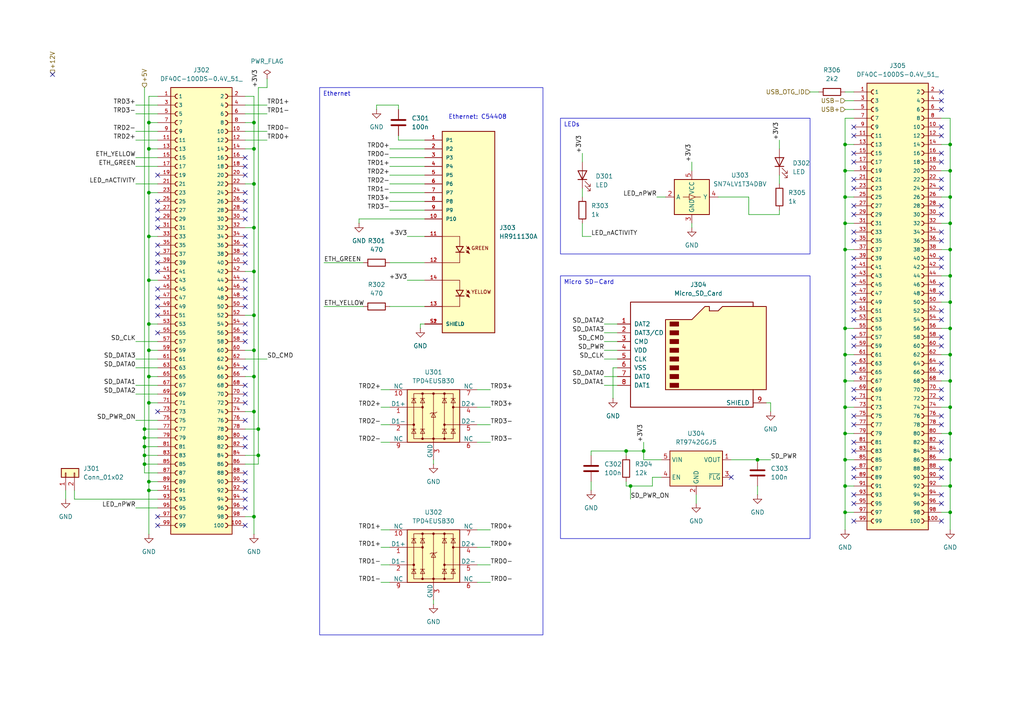
<source format=kicad_sch>
(kicad_sch (version 20231120) (generator "eeschema") (generator_version "8.0")
  (paper "A4")
  (lib_symbols
    (symbol "Connector:Micro_SD_Card" (pin_names (offset 1.016))
      (property "Reference" "J" (at -16.51 15.24 0))
      (property "Value" "Micro_SD_Card" (at 16.51 15.24 0))
      (symbol "Micro_SD_Card_1_1"
        (pin bidirectional line (at -22.86 7.62 0) (length 3.81) (name "DAT2") (number "1"))
        (pin bidirectional line (at -22.86 5.08 0) (length 3.81) (name "DAT3/CD") (number "2"))
        (pin input line (at -22.86 2.54 0) (length 3.81) (name "CMD") (number "3"))
        (pin power_in line (at -22.86 0 0) (length 3.81) (name "VDD") (number "4"))
        (pin input line (at -22.86 -2.54 0) (length 3.81) (name "CLK") (number "5"))
        (pin power_in line (at -22.86 -5.08 0) (length 3.81) (name "VSS") (number "6"))
        (pin bidirectional line (at -22.86 -7.62 0) (length 3.81) (name "DAT0") (number "7"))
        (pin bidirectional line (at -22.86 -10.16 0) (length 3.81) (name "DAT1") (number "8"))
        (pin passive line (at 20.32 -15.24 180) (length 3.81) (name "SHIELD") (number "9"))
      )
    )
    (symbol "Connector_Generic:Conn_01x02" (pin_names (offset 1.016) hide)
      (property "Reference" "J" (at 0 2.54 0))
      (property "Value" "Conn_01x02" (at 0 -5.08 0))
      (symbol "Conn_01x02_1_1"
        (pin passive line (at -5.08 0 0) (length 3.81) (name "Pin_1") (number "1"))
        (pin passive line (at -5.08 -2.54 0) (length 3.81) (name "Pin_2") (number "2"))
      )
    )
    (symbol "DF40C-100DS-0.4V_51_:DF40C-100DS-0.4V_51_" (pin_names (offset 1.016))
      (property "Reference" "J" (at -8.9083 63.6526 0))
      (property "Value" "DF40C-100DS-0.4V_51_" (at -8.9063 -68.7318 0))
      (symbol "DF40C-100DS-0.4V_51__0_0"
        (pin passive line (at -12.7 60.96 0) (length 5.08) (name "1") (number "1"))
        (pin passive line (at 12.7 50.8 180) (length 5.08) (name "10") (number "10"))
        (pin passive line (at 12.7 -63.5 180) (length 5.08) (name "100") (number "100"))
        (pin passive line (at -12.7 48.26 0) (length 5.08) (name "11") (number "11"))
        (pin passive line (at 12.7 48.26 180) (length 5.08) (name "12") (number "12"))
        (pin passive line (at -12.7 45.72 0) (length 5.08) (name "13") (number "13"))
        (pin passive line (at 12.7 45.72 180) (length 5.08) (name "14") (number "14"))
        (pin passive line (at -12.7 43.18 0) (length 5.08) (name "15") (number "15"))
        (pin passive line (at 12.7 43.18 180) (length 5.08) (name "16") (number "16"))
        (pin passive line (at -12.7 40.64 0) (length 5.08) (name "17") (number "17"))
        (pin passive line (at 12.7 40.64 180) (length 5.08) (name "18") (number "18"))
        (pin passive line (at -12.7 38.1 0) (length 5.08) (name "19") (number "19"))
        (pin passive line (at 12.7 60.96 180) (length 5.08) (name "2") (number "2"))
        (pin passive line (at 12.7 38.1 180) (length 5.08) (name "20") (number "20"))
        (pin passive line (at -12.7 35.56 0) (length 5.08) (name "21") (number "21"))
        (pin passive line (at 12.7 35.56 180) (length 5.08) (name "22") (number "22"))
        (pin passive line (at -12.7 33.02 0) (length 5.08) (name "23") (number "23"))
        (pin passive line (at 12.7 33.02 180) (length 5.08) (name "24") (number "24"))
        (pin passive line (at -12.7 30.48 0) (length 5.08) (name "25") (number "25"))
        (pin passive line (at 12.7 30.48 180) (length 5.08) (name "26") (number "26"))
        (pin passive line (at -12.7 27.94 0) (length 5.08) (name "27") (number "27"))
        (pin passive line (at 12.7 27.94 180) (length 5.08) (name "28") (number "28"))
        (pin passive line (at -12.7 25.4 0) (length 5.08) (name "29") (number "29"))
        (pin passive line (at -12.7 58.42 0) (length 5.08) (name "3") (number "3"))
        (pin passive line (at 12.7 25.4 180) (length 5.08) (name "30") (number "30"))
        (pin passive line (at -12.7 22.86 0) (length 5.08) (name "31") (number "31"))
        (pin passive line (at 12.7 22.86 180) (length 5.08) (name "32") (number "32"))
        (pin passive line (at -12.7 20.32 0) (length 5.08) (name "33") (number "33"))
        (pin passive line (at 12.7 20.32 180) (length 5.08) (name "34") (number "34"))
        (pin passive line (at -12.7 17.78 0) (length 5.08) (name "35") (number "35"))
        (pin passive line (at 12.7 17.78 180) (length 5.08) (name "36") (number "36"))
        (pin passive line (at -12.7 15.24 0) (length 5.08) (name "37") (number "37"))
        (pin passive line (at 12.7 15.24 180) (length 5.08) (name "38") (number "38"))
        (pin passive line (at -12.7 12.7 0) (length 5.08) (name "39") (number "39"))
        (pin passive line (at 12.7 58.42 180) (length 5.08) (name "4") (number "4"))
        (pin passive line (at 12.7 12.7 180) (length 5.08) (name "40") (number "40"))
        (pin passive line (at -12.7 10.16 0) (length 5.08) (name "41") (number "41"))
        (pin passive line (at 12.7 10.16 180) (length 5.08) (name "42") (number "42"))
        (pin passive line (at -12.7 7.62 0) (length 5.08) (name "43") (number "43"))
        (pin passive line (at 12.7 7.62 180) (length 5.08) (name "44") (number "44"))
        (pin passive line (at -12.7 5.08 0) (length 5.08) (name "45") (number "45"))
        (pin passive line (at 12.7 5.08 180) (length 5.08) (name "46") (number "46"))
        (pin passive line (at -12.7 2.54 0) (length 5.08) (name "47") (number "47"))
        (pin passive line (at 12.7 2.54 180) (length 5.08) (name "48") (number "48"))
        (pin passive line (at -12.7 0 0) (length 5.08) (name "49") (number "49"))
        (pin passive line (at -12.7 55.88 0) (length 5.08) (name "5") (number "5"))
        (pin passive line (at 12.7 0 180) (length 5.08) (name "50") (number "50"))
        (pin passive line (at -12.7 -2.54 0) (length 5.08) (name "51") (number "51"))
        (pin passive line (at 12.7 -2.54 180) (length 5.08) (name "52") (number "52"))
        (pin passive line (at -12.7 -5.08 0) (length 5.08) (name "53") (number "53"))
        (pin passive line (at 12.7 -5.08 180) (length 5.08) (name "54") (number "54"))
        (pin passive line (at -12.7 -7.62 0) (length 5.08) (name "55") (number "55"))
        (pin passive line (at 12.7 -7.62 180) (length 5.08) (name "56") (number "56"))
        (pin passive line (at -12.7 -10.16 0) (length 5.08) (name "57") (number "57"))
        (pin passive line (at 12.7 -10.16 180) (length 5.08) (name "58") (number "58"))
        (pin passive line (at -12.7 -12.7 0) (length 5.08) (name "59") (number "59"))
        (pin passive line (at 12.7 55.88 180) (length 5.08) (name "6") (number "6"))
        (pin passive line (at 12.7 -12.7 180) (length 5.08) (name "60") (number "60"))
        (pin passive line (at -12.7 -15.24 0) (length 5.08) (name "61") (number "61"))
        (pin passive line (at 12.7 -15.24 180) (length 5.08) (name "62") (number "62"))
        (pin passive line (at -12.7 -17.78 0) (length 5.08) (name "63") (number "63"))
        (pin passive line (at 12.7 -17.78 180) (length 5.08) (name "64") (number "64"))
        (pin passive line (at -12.7 -20.32 0) (length 5.08) (name "65") (number "65"))
        (pin passive line (at 12.7 -20.32 180) (length 5.08) (name "66") (number "66"))
        (pin passive line (at -12.7 -22.86 0) (length 5.08) (name "67") (number "67"))
        (pin passive line (at 12.7 -22.86 180) (length 5.08) (name "68") (number "68"))
        (pin passive line (at -12.7 -25.4 0) (length 5.08) (name "69") (number "69"))
        (pin passive line (at -12.7 53.34 0) (length 5.08) (name "7") (number "7"))
        (pin passive line (at 12.7 -25.4 180) (length 5.08) (name "70") (number "70"))
        (pin passive line (at -12.7 -27.94 0) (length 5.08) (name "71") (number "71"))
        (pin passive line (at 12.7 -27.94 180) (length 5.08) (name "72") (number "72"))
        (pin passive line (at -12.7 -30.48 0) (length 5.08) (name "73") (number "73"))
        (pin passive line (at 12.7 -30.48 180) (length 5.08) (name "74") (number "74"))
        (pin passive line (at -12.7 -33.02 0) (length 5.08) (name "75") (number "75"))
        (pin passive line (at 12.7 -33.02 180) (length 5.08) (name "76") (number "76"))
        (pin passive line (at -12.7 -35.56 0) (length 5.08) (name "77") (number "77"))
        (pin passive line (at 12.7 -35.56 180) (length 5.08) (name "78") (number "78"))
        (pin passive line (at -12.7 -38.1 0) (length 5.08) (name "79") (number "79"))
        (pin passive line (at 12.7 53.34 180) (length 5.08) (name "8") (number "8"))
        (pin passive line (at 12.7 -38.1 180) (length 5.08) (name "80") (number "80"))
        (pin passive line (at -12.7 -40.64 0) (length 5.08) (name "81") (number "81"))
        (pin passive line (at 12.7 -40.64 180) (length 5.08) (name "82") (number "82"))
        (pin passive line (at -12.7 -43.18 0) (length 5.08) (name "83") (number "83"))
        (pin passive line (at 12.7 -43.18 180) (length 5.08) (name "84") (number "84"))
        (pin passive line (at -12.7 -45.72 0) (length 5.08) (name "85") (number "85"))
        (pin passive line (at 12.7 -45.72 180) (length 5.08) (name "86") (number "86"))
        (pin passive line (at -12.7 -48.26 0) (length 5.08) (name "87") (number "87"))
        (pin passive line (at 12.7 -48.26 180) (length 5.08) (name "88") (number "88"))
        (pin passive line (at -12.7 -50.8 0) (length 5.08) (name "89") (number "89"))
        (pin passive line (at -12.7 50.8 0) (length 5.08) (name "9") (number "9"))
        (pin passive line (at 12.7 -50.8 180) (length 5.08) (name "90") (number "90"))
        (pin passive line (at -12.7 -53.34 0) (length 5.08) (name "91") (number "91"))
        (pin passive line (at 12.7 -53.34 180) (length 5.08) (name "92") (number "92"))
        (pin passive line (at -12.7 -55.88 0) (length 5.08) (name "93") (number "93"))
        (pin passive line (at 12.7 -55.88 180) (length 5.08) (name "94") (number "94"))
        (pin passive line (at -12.7 -58.42 0) (length 5.08) (name "95") (number "95"))
        (pin passive line (at 12.7 -58.42 180) (length 5.08) (name "96") (number "96"))
        (pin passive line (at -12.7 -60.96 0) (length 5.08) (name "97") (number "97"))
        (pin passive line (at 12.7 -60.96 180) (length 5.08) (name "98") (number "98"))
        (pin passive line (at -12.7 -63.5 0) (length 5.08) (name "99") (number "99"))
      )
    )
    (symbol "Device:C" (pin_numbers hide) (pin_names (offset 0.254))
      (property "Reference" "C" (at 0.635 2.54 0))
      (property "Value" "C" (at 0.635 -2.54 0))
      (symbol "C_1_1"
        (pin passive line (at 0 3.81 270) (length 2.794) (name "~") (number "1"))
        (pin passive line (at 0 -3.81 90) (length 2.794) (name "~") (number "2"))
      )
    )
    (symbol "Device:LED" (pin_numbers hide) (pin_names (offset 1.016) hide)
      (property "Reference" "D" (at 0 2.54 0))
      (property "Value" "LED" (at 0 -2.54 0))
      (symbol "LED_1_1"
        (pin passive line (at -3.81 0 0) (length 2.54) (name "K") (number "1"))
        (pin passive line (at 3.81 0 180) (length 2.54) (name "A") (number "2"))
      )
    )
    (symbol "Device:R" (pin_numbers hide) (pin_names (offset 0))
      (property "Reference" "R" (at 2.032 0 90))
      (property "Value" "R" (at 0 0 90))
      (symbol "R_1_1"
        (pin passive line (at 0 3.81 270) (length 1.27) (name "~") (number "1"))
        (pin passive line (at 0 -3.81 90) (length 1.27) (name "~") (number "2"))
      )
    )
    (symbol "HR911130A:HR911130A" (pin_names (offset 1.016))
      (property "Reference" "J" (at -7.62 29.21 0))
      (property "Value" "HR911130A" (at -7.62 -31.75 0))
      (symbol "HR911130A_0_0"
        (text "GREEN" (at 0.762 -5.334 0) (effects (font (size 1.016 1.016)) (justify left top)))
        (text "YELLOW" (at 0.762 -18.034 0) (effects (font (size 1.016 1.016)) (justify left top)))
        (pin passive line (at -12.7 25.4 0) (length 5.08) (name "P1") (number "1"))
        (pin passive line (at -12.7 2.54 0) (length 5.08) (name "P10") (number "10"))
        (pin passive line (at -12.7 -2.54 0) (length 5.08) (name "~") (number "11"))
        (pin passive line (at -12.7 -10.16 0) (length 5.08) (name "~") (number "12"))
        (pin passive line (at -12.7 -22.86 0) (length 5.08) (name "~") (number "13"))
        (pin passive line (at -12.7 -15.24 0) (length 5.08) (name "~") (number "14"))
        (pin passive line (at -12.7 22.86 0) (length 5.08) (name "P2") (number "2"))
        (pin passive line (at -12.7 20.32 0) (length 5.08) (name "P3") (number "3"))
        (pin passive line (at -12.7 17.78 0) (length 5.08) (name "P4") (number "4"))
        (pin passive line (at -12.7 15.24 0) (length 5.08) (name "P5") (number "5"))
        (pin passive line (at -12.7 12.7 0) (length 5.08) (name "P6") (number "6"))
        (pin passive line (at -12.7 10.16 0) (length 5.08) (name "P7") (number "7"))
        (pin passive line (at -12.7 7.62 0) (length 5.08) (name "P8") (number "8"))
        (pin passive line (at -12.7 5.08 0) (length 5.08) (name "P9") (number "9"))
        (pin passive line (at -12.7 -27.94 0) (length 5.08) (name "SHIELD") (number "S1"))
        (pin passive line (at -12.7 -27.94 0) (length 5.08) (name "SHIELD") (number "S2"))
      )
    )
    (symbol "Logic_LevelTranslator:SN74LV1T34DBV"
      (property "Reference" "U" (at 5.08 6.35 0))
      (property "Value" "SN74LV1T34DBV" (at 5.08 3.81 0))
      (symbol "SN74LV1T34DBV_1_1"
        (pin no_connect line (at -5.08 2.54 0) (length 2.54) hide (name "NC") (number "1"))
        (pin input line (at -7.62 0 0) (length 2.54) (name "A") (number "2"))
        (pin power_in line (at 0 -7.62 90) (length 2.54) (name "GND") (number "3"))
        (pin output line (at 7.62 0 180) (length 2.54) (name "Y") (number "4"))
        (pin power_in line (at 0 7.62 270) (length 2.54) (name "VCC") (number "5"))
      )
    )
    (symbol "Power_Management:RT9742AGJ5F"
      (property "Reference" "U" (at 0 10.16 0))
      (property "Value" "RT9742AGJ5F" (at 0 7.62 0))
      (symbol "RT9742AGJ5F_1_1"
        (pin power_out line (at 10.16 2.54 180) (length 2.54) (name "VOUT") (number "1"))
        (pin power_in line (at 0 -7.62 90) (length 2.54) (name "GND") (number "2"))
        (pin open_collector line (at 10.16 -2.54 180) (length 2.54) (name "~{FLG}") (number "3"))
        (pin input line (at -10.16 -2.54 0) (length 2.54) (name "EN") (number "4"))
        (pin power_in line (at -10.16 2.54 0) (length 2.54) (name "VIN") (number "5"))
      )
    )
    (symbol "Power_Protection:TPD4EUSB30" (pin_names (offset 0))
      (property "Reference" "U" (at -0.635 8.89 0))
      (property "Value" "TPD4EUSB30" (at 8.89 -10.16 0))
      (symbol "TPD4EUSB30_1_1"
        (pin passive line (at -12.7 2.54 0) (length 5.08) (name "D1+") (number "1"))
        (pin free line (at -12.7 7.62 0) (length 5.08) (name "NC") (number "10"))
        (pin passive line (at -12.7 -2.54 0) (length 5.08) (name "D1-") (number "2"))
        (pin power_in line (at 0 -12.7 90) (length 5.08) (name "GND") (number "3"))
        (pin passive line (at 12.7 2.54 180) (length 5.08) (name "D2+") (number "4"))
        (pin passive line (at 12.7 -2.54 180) (length 5.08) (name "D2-") (number "5"))
        (pin free line (at 12.7 -7.62 180) (length 5.08) (name "NC") (number "6"))
        (pin free line (at 12.7 7.62 180) (length 5.08) (name "NC") (number "7"))
        (pin passive line (at 0 -12.7 90) (length 5.08) hide (name "GND") (number "8"))
        (pin free line (at -12.7 -7.62 0) (length 5.08) (name "NC") (number "9"))
      )
    )
    (symbol "power:GND" (power) (pin_numbers hide) (pin_names (offset 0) hide)
      (property "Value" "GND" (at 0 -3.81 0))
      (symbol "GND_1_1"
        (pin power_in line (at 0 0 270) (length 0) (name "~") (number "1"))
      )
    )
    (symbol "power:PWR_FLAG" (power) (pin_numbers hide) (pin_names (offset 0) hide)
      (property "Value" "PWR_FLAG" (at 0 3.81 0))
      (symbol "PWR_FLAG_0_0"
        (pin power_out line (at 0 0 90) (length 0) (name "~") (number "1"))
      )
    )
  )
  (junction (at 41.91 134.62))
  (junction (at 73.66 53.34))
  (junction (at 43.18 55.88))
  (junction (at 245.11 95.25))
  (junction (at 41.91 124.46))
  (junction (at 73.66 66.04))
  (junction (at 73.66 91.44))
  (junction (at 275.59 133.35))
  (junction (at 43.18 93.98))
  (junction (at 245.11 110.49))
  (junction (at 219.71 133.35))
  (junction (at 43.18 68.58))
  (junction (at 245.11 148.59))
  (junction (at 275.59 49.53))
  (junction (at 275.59 125.73))
  (junction (at 73.66 149.86))
  (junction (at 245.11 102.87))
  (junction (at 275.59 148.59))
  (junction (at 245.11 118.11))
  (junction (at 43.18 139.7))
  (junction (at 43.18 109.22))
  (junction (at 245.11 125.73))
  (junction (at 41.91 129.54))
  (junction (at 275.59 102.87))
  (junction (at 43.18 43.18))
  (junction (at 186.69 130.81))
  (junction (at 275.59 95.25))
  (junction (at 245.11 57.15))
  (junction (at 73.66 109.22))
  (junction (at 275.59 140.97))
  (junction (at 245.11 133.35))
  (junction (at 275.59 64.77))
  (junction (at 245.11 41.91))
  (junction (at 275.59 72.39))
  (junction (at 43.18 101.6))
  (junction (at 275.59 110.49))
  (junction (at 43.18 81.28))
  (junction (at 181.61 130.81))
  (junction (at 275.59 41.91))
  (junction (at 73.66 101.6))
  (junction (at 74.93 132.08))
  (junction (at 73.66 43.18))
  (junction (at 73.66 119.38))
  (junction (at 245.11 64.77))
  (junction (at 245.11 72.39))
  (junction (at 275.59 80.01))
  (junction (at 41.91 132.08))
  (junction (at 275.59 87.63))
  (junction (at 73.66 78.74))
  (junction (at 73.66 35.56))
  (junction (at 43.18 35.56))
  (junction (at 245.11 140.97))
  (junction (at 43.18 142.24))
  (junction (at 41.91 127))
  (junction (at 245.11 49.53))
  (junction (at 275.59 57.15))
  (junction (at 182.88 140.97))
  (junction (at 74.93 124.46))
  (junction (at 275.59 118.11))
  (junction (at 43.18 116.84))
  (no_connect (at 71.12 83.82))
  (no_connect (at 273.05 67.31))
  (no_connect (at 273.05 143.51))
  (no_connect (at 71.12 139.7))
  (no_connect (at 273.05 146.05))
  (no_connect (at 273.05 39.37))
  (no_connect (at 273.05 100.33))
  (no_connect (at 247.65 52.07))
  (no_connect (at 273.05 69.85))
  (no_connect (at 45.72 71.12))
  (no_connect (at 273.05 77.47))
  (no_connect (at 71.12 88.9))
  (no_connect (at 247.65 115.57))
  (no_connect (at 273.05 44.45))
  (no_connect (at 273.05 128.27))
  (no_connect (at 212.09 138.43))
  (no_connect (at 273.05 85.09))
  (no_connect (at 71.12 116.84))
  (no_connect (at 247.65 113.03))
  (no_connect (at 247.65 82.55))
  (no_connect (at 247.65 97.79))
  (no_connect (at 71.12 93.98))
  (no_connect (at 273.05 82.55))
  (no_connect (at 71.12 55.88))
  (no_connect (at 247.65 87.63))
  (no_connect (at 247.65 85.09))
  (no_connect (at 71.12 111.76))
  (no_connect (at 71.12 129.54))
  (no_connect (at 247.65 100.33))
  (no_connect (at 45.72 86.36))
  (no_connect (at 45.72 58.42))
  (no_connect (at 45.72 73.66))
  (no_connect (at 71.12 147.32))
  (no_connect (at 71.12 68.58))
  (no_connect (at 247.65 59.69))
  (no_connect (at 247.65 44.45))
  (no_connect (at 71.12 144.78))
  (no_connect (at 247.65 130.81))
  (no_connect (at 273.05 62.23))
  (no_connect (at 273.05 120.65))
  (no_connect (at 247.65 74.93))
  (no_connect (at 247.65 90.17))
  (no_connect (at 45.72 50.8))
  (no_connect (at 273.05 115.57))
  (no_connect (at 273.05 123.19))
  (no_connect (at 71.12 121.92))
  (no_connect (at 247.65 143.51))
  (no_connect (at 247.65 54.61))
  (no_connect (at 247.65 146.05))
  (no_connect (at 71.12 114.3))
  (no_connect (at 273.05 31.75))
  (no_connect (at 45.72 96.52))
  (no_connect (at 273.05 90.17))
  (no_connect (at 45.72 60.96))
  (no_connect (at 247.65 92.71))
  (no_connect (at 45.72 83.82))
  (no_connect (at 71.12 99.06))
  (no_connect (at 247.65 67.31))
  (no_connect (at 273.05 74.93))
  (no_connect (at 247.65 120.65))
  (no_connect (at 273.05 151.13))
  (no_connect (at 71.12 60.96))
  (no_connect (at 273.05 135.89))
  (no_connect (at 247.65 128.27))
  (no_connect (at 247.65 39.37))
  (no_connect (at 247.65 36.83))
  (no_connect (at 45.72 63.5))
  (no_connect (at 273.05 26.67))
  (no_connect (at 71.12 45.72))
  (no_connect (at 247.65 123.19))
  (no_connect (at 71.12 73.66))
  (no_connect (at 45.72 91.44))
  (no_connect (at 247.65 105.41))
  (no_connect (at 45.72 149.86))
  (no_connect (at 71.12 50.8))
  (no_connect (at 273.05 138.43))
  (no_connect (at 247.65 138.43))
  (no_connect (at 71.12 63.5))
  (no_connect (at 273.05 29.21))
  (no_connect (at 45.72 119.38))
  (no_connect (at 247.65 77.47))
  (no_connect (at 45.72 152.4))
  (no_connect (at 247.65 135.89))
  (no_connect (at 71.12 137.16))
  (no_connect (at 247.65 80.01))
  (no_connect (at 71.12 76.2))
  (no_connect (at 273.05 97.79))
  (no_connect (at 45.72 78.74))
  (no_connect (at 45.72 76.2))
  (no_connect (at 71.12 152.4))
  (no_connect (at 71.12 58.42))
  (no_connect (at 247.65 46.99))
  (no_connect (at 247.65 69.85))
  (no_connect (at 71.12 96.52))
  (no_connect (at 247.65 151.13))
  (no_connect (at 71.12 106.68))
  (no_connect (at 273.05 46.99))
  (no_connect (at 71.12 142.24))
  (no_connect (at 247.65 107.95))
  (no_connect (at 273.05 107.95))
  (no_connect (at 273.05 59.69))
  (no_connect (at 71.12 48.26))
  (no_connect (at 273.05 113.03))
  (no_connect (at 15.24 21.59))
  (no_connect (at 247.65 62.23))
  (no_connect (at 71.12 71.12))
  (no_connect (at 71.12 81.28))
  (no_connect (at 273.05 52.07))
  (no_connect (at 273.05 130.81))
  (no_connect (at 45.72 66.04))
  (no_connect (at 273.05 105.41))
  (no_connect (at 273.05 36.83))
  (no_connect (at 71.12 127))
  (no_connect (at 45.72 88.9))
  (no_connect (at 273.05 92.71))
  (no_connect (at 71.12 86.36))
  (no_connect (at 273.05 54.61))
  (wire (pts (xy 245.11 140.97) (xy 247.65 140.97)))
  (wire (pts (xy 245.11 26.67) (xy 247.65 26.67)))
  (wire (pts (xy 43.18 139.7) (xy 43.18 142.24)))
  (wire (pts (xy 71.12 78.74) (xy 73.66 78.74)))
  (wire (pts (xy 245.11 95.25) (xy 245.11 102.87)))
  (wire (pts (xy 245.11 95.25) (xy 247.65 95.25)))
  (wire (pts (xy 113.03 45.72) (xy 123.19 45.72)))
  (wire (pts (xy 71.12 119.38) (xy 73.66 119.38)))
  (wire (pts (xy 39.37 40.64) (xy 45.72 40.64)))
  (wire (pts (xy 171.45 132.08) (xy 171.45 130.81)))
  (wire (pts (xy 138.43 128.27) (xy 142.24 128.27)))
  (wire (pts (xy 191.77 133.35) (xy 186.69 133.35)))
  (wire (pts (xy 219.71 133.35) (xy 223.52 133.35)))
  (wire (pts (xy 39.37 30.48) (xy 45.72 30.48)))
  (wire (pts (xy 273.05 64.77) (xy 275.59 64.77)))
  (wire (pts (xy 74.93 124.46) (xy 74.93 25.4)))
  (wire (pts (xy 113.03 53.34) (xy 123.19 53.34)))
  (wire (pts (xy 189.23 138.43) (xy 189.23 140.97)))
  (wire (pts (xy 71.12 124.46) (xy 74.93 124.46)))
  (wire (pts (xy 186.69 130.81) (xy 186.69 128.27)))
  (wire (pts (xy 168.91 54.61) (xy 168.91 57.15)))
  (wire (pts (xy 275.59 57.15) (xy 275.59 64.77)))
  (wire (pts (xy 234.95 26.67) (xy 237.49 26.67)))
  (wire (pts (xy 71.12 91.44) (xy 73.66 91.44)))
  (wire (pts (xy 222.25 116.84) (xy 223.52 116.84)))
  (wire (pts (xy 43.18 81.28) (xy 43.18 93.98)))
  (wire (pts (xy 200.66 46.99) (xy 200.66 49.53)))
  (wire (pts (xy 175.26 93.98) (xy 179.07 93.98)))
  (wire (pts (xy 273.05 125.73) (xy 275.59 125.73)))
  (wire (pts (xy 43.18 68.58) (xy 43.18 81.28)))
  (wire (pts (xy 39.37 104.14) (xy 45.72 104.14)))
  (wire (pts (xy 245.11 118.11) (xy 245.11 125.73)))
  (wire (pts (xy 43.18 35.56) (xy 45.72 35.56)))
  (wire (pts (xy 73.66 109.22) (xy 73.66 119.38)))
  (wire (pts (xy 41.91 132.08) (xy 41.91 134.62)))
  (wire (pts (xy 275.59 34.29) (xy 275.59 41.91)))
  (wire (pts (xy 168.91 44.45) (xy 168.91 46.99)))
  (wire (pts (xy 39.37 45.72) (xy 45.72 45.72)))
  (wire (pts (xy 275.59 125.73) (xy 275.59 133.35)))
  (wire (pts (xy 73.66 149.86) (xy 73.66 154.94)))
  (wire (pts (xy 245.11 125.73) (xy 245.11 133.35)))
  (wire (pts (xy 245.11 49.53) (xy 247.65 49.53)))
  (wire (pts (xy 275.59 95.25) (xy 275.59 102.87)))
  (wire (pts (xy 43.18 27.94) (xy 43.18 35.56)))
  (wire (pts (xy 71.12 134.62) (xy 74.93 134.62)))
  (wire (pts (xy 273.05 133.35) (xy 275.59 133.35)))
  (wire (pts (xy 217.17 57.15) (xy 217.17 62.23)))
  (wire (pts (xy 39.37 33.02) (xy 45.72 33.02)))
  (wire (pts (xy 245.11 133.35) (xy 245.11 140.97)))
  (wire (pts (xy 110.49 128.27) (xy 113.03 128.27)))
  (wire (pts (xy 43.18 93.98) (xy 45.72 93.98)))
  (wire (pts (xy 245.11 34.29) (xy 245.11 41.91)))
  (wire (pts (xy 273.05 41.91) (xy 275.59 41.91)))
  (wire (pts (xy 212.09 133.35) (xy 219.71 133.35)))
  (wire (pts (xy 71.12 109.22) (xy 73.66 109.22)))
  (wire (pts (xy 217.17 62.23) (xy 226.06 62.23)))
  (wire (pts (xy 71.12 43.18) (xy 73.66 43.18)))
  (wire (pts (xy 39.37 121.92) (xy 45.72 121.92)))
  (wire (pts (xy 273.05 110.49) (xy 275.59 110.49)))
  (wire (pts (xy 245.11 133.35) (xy 247.65 133.35)))
  (wire (pts (xy 181.61 132.08) (xy 181.61 130.81)))
  (wire (pts (xy 273.05 87.63) (xy 275.59 87.63)))
  (wire (pts (xy 245.11 102.87) (xy 247.65 102.87)))
  (wire (pts (xy 39.37 48.26) (xy 45.72 48.26)))
  (wire (pts (xy 41.91 127) (xy 41.91 129.54)))
  (wire (pts (xy 175.26 109.22) (xy 179.07 109.22)))
  (wire (pts (xy 201.93 143.51) (xy 201.93 146.05)))
  (wire (pts (xy 71.12 132.08) (xy 74.93 132.08)))
  (wire (pts (xy 181.61 140.97) (xy 181.61 139.7)))
  (wire (pts (xy 123.19 93.98) (xy 121.92 93.98)))
  (wire (pts (xy 245.11 148.59) (xy 245.11 153.67)))
  (wire (pts (xy 71.12 27.94) (xy 73.66 27.94)))
  (wire (pts (xy 41.91 124.46) (xy 45.72 124.46)))
  (wire (pts (xy 175.26 99.06) (xy 179.07 99.06)))
  (wire (pts (xy 41.91 127) (xy 45.72 127)))
  (wire (pts (xy 273.05 72.39) (xy 275.59 72.39)))
  (wire (pts (xy 77.47 22.86) (xy 77.47 25.4)))
  (wire (pts (xy 245.11 64.77) (xy 245.11 72.39)))
  (wire (pts (xy 245.11 118.11) (xy 247.65 118.11)))
  (wire (pts (xy 223.52 116.84) (xy 223.52 119.38)))
  (wire (pts (xy 39.37 38.1) (xy 45.72 38.1)))
  (wire (pts (xy 275.59 133.35) (xy 275.59 140.97)))
  (wire (pts (xy 226.06 62.23) (xy 226.06 60.96)))
  (wire (pts (xy 43.18 81.28) (xy 45.72 81.28)))
  (wire (pts (xy 138.43 153.67) (xy 142.24 153.67)))
  (wire (pts (xy 74.93 132.08) (xy 74.93 124.46)))
  (wire (pts (xy 175.26 96.52) (xy 179.07 96.52)))
  (wire (pts (xy 110.49 123.19) (xy 113.03 123.19)))
  (wire (pts (xy 41.91 124.46) (xy 41.91 127)))
  (wire (pts (xy 273.05 95.25) (xy 275.59 95.25)))
  (wire (pts (xy 275.59 118.11) (xy 275.59 125.73)))
  (wire (pts (xy 273.05 80.01) (xy 275.59 80.01)))
  (wire (pts (xy 171.45 68.58) (xy 168.91 68.58)))
  (wire (pts (xy 168.91 68.58) (xy 168.91 64.77)))
  (wire (pts (xy 138.43 118.11) (xy 142.24 118.11)))
  (wire (pts (xy 118.11 68.58) (xy 123.19 68.58)))
  (wire (pts (xy 41.91 129.54) (xy 45.72 129.54)))
  (wire (pts (xy 41.91 25.4) (xy 41.91 124.46)))
  (wire (pts (xy 71.12 40.64) (xy 77.47 40.64)))
  (wire (pts (xy 43.18 93.98) (xy 43.18 101.6)))
  (wire (pts (xy 71.12 53.34) (xy 73.66 53.34)))
  (wire (pts (xy 39.37 99.06) (xy 45.72 99.06)))
  (wire (pts (xy 74.93 134.62) (xy 74.93 132.08)))
  (wire (pts (xy 273.05 49.53) (xy 275.59 49.53)))
  (wire (pts (xy 45.72 144.78) (xy 21.59 144.78)))
  (wire (pts (xy 110.49 113.03) (xy 113.03 113.03)))
  (wire (pts (xy 245.11 29.21) (xy 247.65 29.21)))
  (wire (pts (xy 73.66 119.38) (xy 73.66 149.86)))
  (wire (pts (xy 118.11 81.28) (xy 123.19 81.28)))
  (wire (pts (xy 123.19 63.5) (xy 104.14 63.5)))
  (wire (pts (xy 275.59 41.91) (xy 275.59 49.53)))
  (wire (pts (xy 43.18 142.24) (xy 45.72 142.24)))
  (wire (pts (xy 113.03 43.18) (xy 123.19 43.18)))
  (wire (pts (xy 43.18 109.22) (xy 45.72 109.22)))
  (wire (pts (xy 41.91 129.54) (xy 41.91 132.08)))
  (wire (pts (xy 39.37 106.68) (xy 45.72 106.68)))
  (wire (pts (xy 43.18 43.18) (xy 43.18 55.88)))
  (wire (pts (xy 226.06 40.64) (xy 226.06 43.18)))
  (wire (pts (xy 273.05 140.97) (xy 275.59 140.97)))
  (wire (pts (xy 73.66 27.94) (xy 73.66 35.56)))
  (wire (pts (xy 181.61 130.81) (xy 186.69 130.81)))
  (wire (pts (xy 226.06 50.8) (xy 226.06 53.34)))
  (wire (pts (xy 138.43 158.75) (xy 142.24 158.75)))
  (wire (pts (xy 39.37 147.32) (xy 45.72 147.32)))
  (wire (pts (xy 275.59 102.87) (xy 275.59 110.49)))
  (wire (pts (xy 39.37 53.34) (xy 45.72 53.34)))
  (wire (pts (xy 43.18 68.58) (xy 45.72 68.58)))
  (wire (pts (xy 275.59 80.01) (xy 275.59 87.63)))
  (wire (pts (xy 113.03 50.8) (xy 123.19 50.8)))
  (wire (pts (xy 43.18 101.6) (xy 43.18 109.22)))
  (wire (pts (xy 45.72 137.16) (xy 41.91 137.16)))
  (wire (pts (xy 39.37 114.3) (xy 45.72 114.3)))
  (wire (pts (xy 71.12 30.48) (xy 77.47 30.48)))
  (wire (pts (xy 175.26 101.6) (xy 179.07 101.6)))
  (wire (pts (xy 138.43 113.03) (xy 142.24 113.03)))
  (wire (pts (xy 219.71 140.97) (xy 219.71 143.51)))
  (wire (pts (xy 275.59 87.63) (xy 275.59 95.25)))
  (wire (pts (xy 41.91 134.62) (xy 45.72 134.62)))
  (wire (pts (xy 245.11 72.39) (xy 245.11 95.25)))
  (wire (pts (xy 73.66 66.04) (xy 73.66 78.74)))
  (wire (pts (xy 73.66 35.56) (xy 73.66 43.18)))
  (wire (pts (xy 179.07 106.68) (xy 177.8 106.68)))
  (wire (pts (xy 115.57 40.64) (xy 115.57 39.37)))
  (wire (pts (xy 43.18 139.7) (xy 45.72 139.7)))
  (wire (pts (xy 245.11 110.49) (xy 245.11 118.11)))
  (wire (pts (xy 177.8 106.68) (xy 177.8 115.57)))
  (wire (pts (xy 123.19 40.64) (xy 115.57 40.64)))
  (wire (pts (xy 273.05 57.15) (xy 275.59 57.15)))
  (wire (pts (xy 110.49 158.75) (xy 113.03 158.75)))
  (wire (pts (xy 245.11 102.87) (xy 245.11 110.49)))
  (wire (pts (xy 43.18 116.84) (xy 45.72 116.84)))
  (wire (pts (xy 245.11 72.39) (xy 247.65 72.39)))
  (wire (pts (xy 115.57 30.48) (xy 109.22 30.48)))
  (wire (pts (xy 189.23 140.97) (xy 182.88 140.97)))
  (wire (pts (xy 73.66 101.6) (xy 73.66 109.22)))
  (wire (pts (xy 125.73 133.35) (xy 125.73 134.62)))
  (wire (pts (xy 138.43 163.83) (xy 142.24 163.83)))
  (wire (pts (xy 245.11 125.73) (xy 247.65 125.73)))
  (wire (pts (xy 45.72 27.94) (xy 43.18 27.94)))
  (wire (pts (xy 190.5 57.15) (xy 193.04 57.15)))
  (wire (pts (xy 41.91 134.62) (xy 41.91 137.16)))
  (wire (pts (xy 110.49 163.83) (xy 113.03 163.83)))
  (wire (pts (xy 43.18 43.18) (xy 45.72 43.18)))
  (wire (pts (xy 113.03 88.9) (xy 123.19 88.9)))
  (wire (pts (xy 71.12 66.04) (xy 73.66 66.04)))
  (wire (pts (xy 113.03 76.2) (xy 123.19 76.2)))
  (wire (pts (xy 273.05 118.11) (xy 275.59 118.11)))
  (wire (pts (xy 175.26 104.14) (xy 179.07 104.14)))
  (wire (pts (xy 275.59 72.39) (xy 275.59 80.01)))
  (wire (pts (xy 43.18 35.56) (xy 43.18 43.18)))
  (wire (pts (xy 171.45 139.7) (xy 171.45 142.24)))
  (wire (pts (xy 121.92 93.98) (xy 121.92 95.25)))
  (wire (pts (xy 208.28 57.15) (xy 217.17 57.15)))
  (wire (pts (xy 275.59 148.59) (xy 275.59 153.67)))
  (wire (pts (xy 71.12 104.14) (xy 77.47 104.14)))
  (wire (pts (xy 73.66 53.34) (xy 73.66 66.04)))
  (wire (pts (xy 273.05 148.59) (xy 275.59 148.59)))
  (wire (pts (xy 43.18 101.6) (xy 45.72 101.6)))
  (wire (pts (xy 71.12 101.6) (xy 73.66 101.6)))
  (wire (pts (xy 182.88 144.78) (xy 182.88 140.97)))
  (wire (pts (xy 71.12 38.1) (xy 77.47 38.1)))
  (wire (pts (xy 77.47 25.4) (xy 74.93 25.4)))
  (wire (pts (xy 93.98 76.2) (xy 105.41 76.2)))
  (wire (pts (xy 275.59 140.97) (xy 275.59 148.59)))
  (wire (pts (xy 43.18 55.88) (xy 43.18 68.58)))
  (wire (pts (xy 113.03 55.88) (xy 123.19 55.88)))
  (wire (pts (xy 191.77 138.43) (xy 189.23 138.43)))
  (wire (pts (xy 109.22 30.48) (xy 109.22 31.75)))
  (wire (pts (xy 245.11 34.29) (xy 247.65 34.29)))
  (wire (pts (xy 21.59 142.24) (xy 21.59 144.78)))
  (wire (pts (xy 71.12 149.86) (xy 73.66 149.86)))
  (wire (pts (xy 245.11 57.15) (xy 247.65 57.15)))
  (wire (pts (xy 245.11 41.91) (xy 245.11 49.53)))
  (wire (pts (xy 110.49 153.67) (xy 113.03 153.67)))
  (wire (pts (xy 171.45 130.81) (xy 181.61 130.81)))
  (wire (pts (xy 113.03 58.42) (xy 123.19 58.42)))
  (wire (pts (xy 275.59 64.77) (xy 275.59 72.39)))
  (wire (pts (xy 245.11 41.91) (xy 247.65 41.91)))
  (wire (pts (xy 275.59 110.49) (xy 275.59 118.11)))
  (wire (pts (xy 245.11 110.49) (xy 247.65 110.49)))
  (wire (pts (xy 73.66 78.74) (xy 73.66 91.44)))
  (wire (pts (xy 43.18 109.22) (xy 43.18 116.84)))
  (wire (pts (xy 186.69 133.35) (xy 186.69 130.81)))
  (wire (pts (xy 138.43 168.91) (xy 142.24 168.91)))
  (wire (pts (xy 43.18 116.84) (xy 43.18 139.7)))
  (wire (pts (xy 93.98 88.9) (xy 105.41 88.9)))
  (wire (pts (xy 245.11 49.53) (xy 245.11 57.15)))
  (wire (pts (xy 19.05 142.24) (xy 19.05 144.78)))
  (wire (pts (xy 113.03 60.96) (xy 123.19 60.96)))
  (wire (pts (xy 275.59 49.53) (xy 275.59 57.15)))
  (wire (pts (xy 43.18 142.24) (xy 43.18 154.94)))
  (wire (pts (xy 175.26 111.76) (xy 179.07 111.76)))
  (wire (pts (xy 110.49 168.91) (xy 113.03 168.91)))
  (wire (pts (xy 125.73 173.99) (xy 125.73 175.26)))
  (wire (pts (xy 200.66 64.77) (xy 200.66 66.04)))
  (wire (pts (xy 73.66 91.44) (xy 73.66 101.6)))
  (wire (pts (xy 245.11 31.75) (xy 247.65 31.75)))
  (wire (pts (xy 43.18 55.88) (xy 45.72 55.88)))
  (wire (pts (xy 245.11 64.77) (xy 247.65 64.77)))
  (wire (pts (xy 245.11 57.15) (xy 245.11 64.77)))
  (wire (pts (xy 104.14 63.5) (xy 104.14 64.77)))
  (wire (pts (xy 138.43 123.19) (xy 142.24 123.19)))
  (wire (pts (xy 273.05 102.87) (xy 275.59 102.87)))
  (wire (pts (xy 245.11 148.59) (xy 247.65 148.59)))
  (wire (pts (xy 71.12 35.56) (xy 73.66 35.56)))
  (wire (pts (xy 73.66 43.18) (xy 73.66 53.34)))
  (wire (pts (xy 245.11 140.97) (xy 245.11 148.59)))
  (wire (pts (xy 115.57 31.75) (xy 115.57 30.48)))
  (wire (pts (xy 110.49 118.11) (xy 113.03 118.11)))
  (wire (pts (xy 41.91 132.08) (xy 45.72 132.08)))
  (wire (pts (xy 39.37 111.76) (xy 45.72 111.76)))
  (wire (pts (xy 182.88 140.97) (xy 181.61 140.97)))
  (wire (pts (xy 71.12 33.02) (xy 77.47 33.02)))
  (wire (pts (xy 113.03 48.26) (xy 123.19 48.26)))
  (wire (pts (xy 273.05 34.29) (xy 275.59 34.29)))
  (text_box "Micro SD-Card" (at 162.56 80.01 0) (size 72.39 76.2) (effects (font (size 1.27 1.27)) (justify left top)))
  (text_box "Ethernet" (at 92.71 25.4 0) (size 64.77 158.75) (effects (font (size 1.27 1.27)) (justify left top)))
  (text_box "LEDs" (at 162.56 34.29 0) (size 72.39 39.37) (effects (font (size 1.27 1.27)) (justify left top)))
  (text "Ethernet: C54408" (at 130.048 34.036 0) (effects (font (size 1.27 1.27)) (justify left)))
  (label "TRD1-" (at 110.49 168.91 180))
  (label "SD_PWR_ON" (at 182.88 144.78 0))
  (label "TRD2-" (at 110.49 123.19 180))
  (label "TRD1-" (at 77.47 33.02 0))
  (label "SD_CLK" (at 175.26 104.14 180))
  (label "TRD1+" (at 110.49 153.67 180))
  (label "LED_nPWR" (at 39.37 147.32 180))
  (label "TRD0+" (at 77.47 40.64 0))
  (label "TRD2+" (at 110.49 113.03 180))
  (label "TRD0+" (at 142.24 158.75 0))
  (label "TRD2-" (at 113.03 53.34 180))
  (label "TRD2+" (at 110.49 118.11 180))
  (label "SD_DATA2" (at 175.26 93.98 180))
  (label "TRD3+" (at 113.03 58.42 180))
  (label "+3V3" (at 168.91 44.45 90))
  (label "TRD3+" (at 142.24 113.03 0))
  (label "TRD0+" (at 142.24 153.67 0))
  (label "ETH_GREEN" (at 93.98 76.2 0))
  (label "TRD0-" (at 113.03 45.72 180))
  (label "TRD0-" (at 142.24 168.91 0))
  (label "+3V3" (at 186.69 128.27 90))
  (label "SD_DATA3" (at 175.26 96.52 180))
  (label "LED_nACTIVITY" (at 39.37 53.34 180))
  (label "TRD3-" (at 39.37 33.02 180))
  (label "SD_DATA1" (at 175.26 111.76 180))
  (label "+3V3" (at 118.11 68.58 180))
  (label "TRD0+" (at 113.03 43.18 180))
  (label "+3V3" (at 200.66 46.99 90))
  (label "SD_PWR_ON" (at 39.37 121.92 180))
  (label "SD_DATA3" (at 39.37 104.14 180))
  (label "TRD1+" (at 113.03 48.26 180))
  (label "SD_DATA2" (at 39.37 114.3 180))
  (label "TRD1+" (at 77.47 30.48 0))
  (label "TRD2+" (at 39.37 40.64 180))
  (label "TRD3-" (at 113.03 60.96 180))
  (label "TRD2-" (at 39.37 38.1 180))
  (label "LED_nACTIVITY" (at 171.45 68.58 0))
  (label "SD_DATA0" (at 39.37 106.68 180))
  (label "+3V3" (at 74.93 25.4 90))
  (label "SD_CLK" (at 39.37 99.06 180))
  (label "SD_PWR" (at 223.52 133.35 0))
  (label "TRD3-" (at 142.24 123.19 0))
  (label "TRD3+" (at 142.24 118.11 0))
  (label "ETH_GREEN" (at 39.37 48.26 180))
  (label "TRD0-" (at 142.24 163.83 0))
  (label "SD_DATA1" (at 39.37 111.76 180))
  (label "LED_nPWR" (at 190.5 57.15 180))
  (label "TRD3+" (at 39.37 30.48 180))
  (label "+3V3" (at 226.06 40.64 90))
  (label "TRD2+" (at 113.03 50.8 180))
  (label "SD_CMD" (at 175.26 99.06 180))
  (label "SD_CMD" (at 77.47 104.14 0))
  (label "TRD3-" (at 142.24 128.27 0))
  (label "+3V3" (at 118.11 81.28 180))
  (label "ETH_YELLOW" (at 39.37 45.72 180))
  (label "TRD1-" (at 113.03 55.88 180))
  (label "SD_PWR" (at 175.26 101.6 180))
  (label "TRD1+" (at 110.49 158.75 180))
  (label "TRD2-" (at 110.49 128.27 180))
  (label "TRD1-" (at 110.49 163.83 180))
  (label "SD_DATA0" (at 175.26 109.22 180))
  (label "ETH_YELLOW" (at 93.98 88.9 0))
  (label "TRD0-" (at 77.47 38.1 0))
  (hierarchical_label "+12V" (shape input) (at 15.24 21.59 90))
  (hierarchical_label "+5V" (shape input) (at 41.91 25.4 90))
  (hierarchical_label "USB_OTG_ID" (shape input) (at 234.95 26.67 180))
  (hierarchical_label "USB-" (shape input) (at 245.11 29.21 180))
  (hierarchical_label "USB+" (shape input) (at 245.11 31.75 180))
  (symbol (lib_id "Device:C") (at 115.57 35.56 0) (unit 1)
    (property "Reference" "C301" (at 119.38 34.2899 0) (effects (justify left)))
    (property "Value" "100n" (at 119.38 36.8299 0) (effects (justify left)))
    (property "Description" "Unpolarized capacitor" (effects (hide yes)))
  )
  (symbol (lib_id "DF40C-100DS-0.4V_51_:DF40C-100DS-0.4V_51_") (at 260.35 87.63 0) (unit 1)
    (property "Reference" "J305" (at 260.35 19.05 0))
    (property "Value" "DF40C-100DS-0.4V_51_" (at 260.35 21.59 0))
    (property "Footprint" "DF40C-100DS-0.4V_51_:HIROSE_DF40C-100DS-0.4V_51_" (effects (hide yes)))
    (property "MF" "Hirose" (effects (hide yes)))
    (property "MAXIMUM_PACKAGE_HEIGHT" "1.65mm" (effects (hide yes)))
    (property "Package" "None" (effects (hide yes)))
    (property "Price" "None" (effects (hide yes)))
    (property "Check_prices" "https://www.snapeda.com/parts/DF40C-100DS-0.4V(51)/Hirose/view-part/?ref=eda" (effects (hide yes)))
    (property "STANDARD" "Manufacturer Recommendations" (effects (hide yes)))
    (property "PARTREV" "Oct.1.2023" (effects (hide yes)))
    (property "SnapEDA_Link" "https://www.snapeda.com/parts/DF40C-100DS-0.4V(51)/Hirose/view-part/?ref=snap" (effects (hide yes)))
    (property "MP" "DF40C-100DS-0.4V(51)" (effects (hide yes)))
    (property "Description_1" "100 Position Connector Receptacle, Center Strip Contacts Surface Mount Gold" (effects (hide yes)))
    (property "Availability" "In Stock" (effects (hide yes)))
    (property "MANUFACTURER" "Hirose" (effects (hide yes)))
  )
  (symbol (lib_id "Connector:Micro_SD_Card") (at 201.93 101.6 0) (unit 1)
    (property "Reference" "J304" (at 202.565 82.55 0))
    (property "Value" "Micro_SD_Card" (at 202.565 85.09 0))
    (property "Datasheet" "https://www.we-online.com/components/products/datasheet/693072010801.pdf" (effects (hide yes)))
    (property "Description" "Micro SD Card Socket" (effects (hide yes)))
  )
  (symbol (lib_id "DF40C-100DS-0.4V_51_:DF40C-100DS-0.4V_51_") (at 58.42 88.9 0) (unit 1)
    (property "Reference" "J302" (at 58.42 20.32 0))
    (property "Value" "DF40C-100DS-0.4V_51_" (at 58.42 22.86 0))
    (property "Footprint" "DF40C-100DS-0.4V_51_:HIROSE_DF40C-100DS-0.4V_51_" (effects (hide yes)))
    (property "MF" "Hirose" (effects (hide yes)))
    (property "MAXIMUM_PACKAGE_HEIGHT" "1.65mm" (effects (hide yes)))
    (property "Package" "None" (effects (hide yes)))
    (property "Price" "None" (effects (hide yes)))
    (property "Check_prices" "https://www.snapeda.com/parts/DF40C-100DS-0.4V(51)/Hirose/view-part/?ref=eda" (effects (hide yes)))
    (property "STANDARD" "Manufacturer Recommendations" (effects (hide yes)))
    (property "PARTREV" "Oct.1.2023" (effects (hide yes)))
    (property "SnapEDA_Link" "https://www.snapeda.com/parts/DF40C-100DS-0.4V(51)/Hirose/view-part/?ref=snap" (effects (hide yes)))
    (property "MP" "DF40C-100DS-0.4V(51)" (effects (hide yes)))
    (property "Description_1" "100 Position Connector Receptacle, Center Strip Contacts Surface Mount Gold" (effects (hide yes)))
    (property "Availability" "In Stock" (effects (hide yes)))
    (property "MANUFACTURER" "Hirose" (effects (hide yes)))
  )
  (symbol (lib_id "Connector_Generic:Conn_01x02") (at 19.05 137.16 90) (unit 1)
    (property "Reference" "J301" (at 24.13 135.8899 90) (effects (justify right)))
    (property "Value" "Conn_01x02" (at 24.13 138.4299 90) (effects (justify right)))
    (property "Description" "Generic connector, single row, 01x02, script generated (kicad-library-utils/schlib/autogen/connector/)" (effects (hide yes)))
  )
  (symbol (lib_id "Power_Protection:TPD4EUSB30") (at 125.73 161.29 0) (unit 1)
    (property "Reference" "U302" (at 125.73 148.59 0))
    (property "Value" "TPD4EUSB30" (at 125.73 151.13 0))
    (property "Footprint" "Package_SON:USON-10_2.5x1.0mm_P0.5mm" (effects (hide yes)))
    (property "Datasheet" "http://www.ti.com/lit/ds/symlink/tpd2eusb30a.pdf" (effects (hide yes)))
    (property "Description" "4-Channel ESD Protection for Super-Speed USB 3.0 Interface, USON-10" (effects (hide yes)))
  )
  (symbol (lib_id "power:GND") (at 275.59 153.67 0) (unit 1)
    (property "Reference" "#PWR0316" (effects (hide yes)))
    (property "Value" "GND" (at 275.59 158.75 0))
    (property "Description" "Power symbol creates a global label with name \"GND\" , ground" (effects (hide yes)))
  )
  (symbol (lib_id "power:GND") (at 104.14 64.77 0) (unit 1)
    (property "Reference" "#PWR0304" (effects (hide yes)))
    (property "Value" "GND" (at 104.14 69.85 0))
    (property "Description" "Power symbol creates a global label with name \"GND\" , ground" (effects (hide yes)))
  )
  (symbol (lib_id "power:GND") (at 177.8 115.57 0) (unit 1)
    (property "Reference" "#PWR0310" (effects (hide yes)))
    (property "Value" "GND" (at 177.8 120.65 0))
    (property "Description" "Power symbol creates a global label with name \"GND\" , ground" (effects (hide yes)))
  )
  (symbol (lib_id "Device:R") (at 241.3 26.67 90) (unit 1)
    (property "Reference" "R306" (at 241.3 20.32 90))
    (property "Value" "2k2" (at 241.3 22.86 90))
    (property "Description" "Resistor" (effects (hide yes)))
  )
  (symbol (lib_id "power:GND") (at 73.66 154.94 0) (unit 1)
    (property "Reference" "#PWR0303" (effects (hide yes)))
    (property "Value" "GND" (at 73.66 160.02 0))
    (property "Description" "Power symbol creates a global label with name \"GND\" , ground" (effects (hide yes)))
  )
  (symbol (lib_id "Power_Protection:TPD4EUSB30") (at 125.73 120.65 0) (unit 1)
    (property "Reference" "U301" (at 125.73 107.95 0))
    (property "Value" "TPD4EUSB30" (at 125.73 110.49 0))
    (property "Footprint" "Package_SON:USON-10_2.5x1.0mm_P0.5mm" (effects (hide yes)))
    (property "Datasheet" "http://www.ti.com/lit/ds/symlink/tpd2eusb30a.pdf" (effects (hide yes)))
    (property "Description" "4-Channel ESD Protection for Super-Speed USB 3.0 Interface, USON-10" (effects (hide yes)))
  )
  (symbol (lib_id "power:GND") (at 109.22 31.75 0) (unit 1)
    (property "Reference" "#PWR0305" (effects (hide yes)))
    (property "Value" "GND" (at 109.22 36.83 0))
    (property "Description" "Power symbol creates a global label with name \"GND\" , ground" (effects (hide yes)))
  )
  (symbol (lib_id "power:GND") (at 245.11 153.67 0) (unit 1)
    (property "Reference" "#PWR0315" (effects (hide yes)))
    (property "Value" "GND" (at 245.11 158.75 0))
    (property "Description" "Power symbol creates a global label with name \"GND\" , ground" (effects (hide yes)))
  )
  (symbol (lib_id "Device:R") (at 226.06 57.15 0) (unit 1)
    (property "Reference" "R305" (at 228.6 55.8799 0) (effects (justify left)))
    (property "Value" "1k" (at 228.6 58.4199 0) (effects (justify left)))
    (property "Description" "Resistor" (effects (hide yes)))
  )
  (symbol (lib_id "power:GND") (at 171.45 142.24 0) (unit 1)
    (property "Reference" "#PWR0309" (effects (hide yes)))
    (property "Value" "GND" (at 171.45 147.32 0))
    (property "Description" "Power symbol creates a global label with name \"GND\" , ground" (effects (hide yes)))
  )
  (symbol (lib_id "power:GND") (at 201.93 146.05 0) (unit 1)
    (property "Reference" "#PWR0312" (effects (hide yes)))
    (property "Value" "GND" (at 201.93 151.13 0))
    (property "Description" "Power symbol creates a global label with name \"GND\" , ground" (effects (hide yes)))
  )
  (symbol (lib_id "Device:R") (at 181.61 135.89 0) (unit 1)
    (property "Reference" "R304" (at 184.15 134.6199 0) (effects (justify left)))
    (property "Value" "12k" (at 184.15 137.1599 0) (effects (justify left)))
    (property "Description" "Resistor" (effects (hide yes)))
  )
  (symbol (lib_id "HR911130A:HR911130A") (at 135.89 66.04 0) (unit 1)
    (property "Reference" "J303" (at 144.78 66.0399 0) (effects (justify left)))
    (property "Value" "HR911130A" (at 144.78 68.5799 0) (effects (justify left)))
    (property "Footprint" "Connector_RJ:RJ45_Pulse_JK0654219NL_Horizontal" (effects (hide yes)))
    (property "MF" "hanrun" (effects (hide yes)))
    (property "MAXIMUM_PACKAGE_HEIGHT" "13.75 mm" (effects (hide yes)))
    (property "Package" "None" (effects (hide yes)))
    (property "Price" "None" (effects (hide yes)))
    (property "Check_prices" "https://www.snapeda.com/parts/HR911130A/HanRun/view-part/?ref=eda" (effects (hide yes)))
    (property "STANDARD" "Manufacturer Recommendations" (effects (hide yes)))
    (property "PARTREV" "A" (effects (hide yes)))
    (property "SnapEDA_Link" "https://www.snapeda.com/parts/HR911130A/HanRun/view-part/?ref=snap" (effects (hide yes)))
    (property "MP" "HR911130A" (effects (hide yes)))
    (property "Availability" "In Stock" (effects (hide yes)))
    (property "MANUFACTURER" "HanRun" (effects (hide yes)))
  )
  (symbol (lib_id "power:GND") (at 43.18 154.94 0) (unit 1)
    (property "Reference" "#PWR0302" (effects (hide yes)))
    (property "Value" "GND" (at 43.18 160.02 0))
    (property "Description" "Power symbol creates a global label with name \"GND\" , ground" (effects (hide yes)))
  )
  (symbol (lib_id "power:PWR_FLAG") (at 77.47 22.86 0) (unit 1)
    (property "Reference" "#FLG0301" (effects (hide yes)))
    (property "Value" "PWR_FLAG" (at 77.47 17.78 0))
    (property "Description" "Special symbol for telling ERC where power comes from" (effects (hide yes)))
  )
  (symbol (lib_id "Device:R") (at 109.22 88.9 270) (unit 1)
    (property "Reference" "R302" (at 109.22 82.55 90))
    (property "Value" "470" (at 109.22 85.09 90))
    (property "Description" "Resistor" (effects (hide yes)))
  )
  (symbol (lib_id "Logic_LevelTranslator:SN74LV1T34DBV") (at 200.66 57.15 0) (unit 1)
    (property "Reference" "U303" (at 214.63 50.8314 0))
    (property "Value" "SN74LV1T34DBV" (at 214.63 53.3714 0))
    (property "Footprint" "Package_TO_SOT_SMD:SOT-23-5" (effects (hide yes)))
    (property "Datasheet" "https://www.ti.com/lit/ds/symlink/sn74lv1t34.pdf" (effects (hide yes)))
    (property "Description" "Single Power Supply, Single Buffer GATE, CMOS Logic, Level Shifter, SOT-23-5" (effects (hide yes)))
  )
  (symbol (lib_id "Device:R") (at 109.22 76.2 90) (unit 1)
    (property "Reference" "R301" (at 109.22 69.85 90))
    (property "Value" "470" (at 109.22 72.39 90))
    (property "Description" "Resistor" (effects (hide yes)))
  )
  (symbol (lib_id "power:GND") (at 125.73 175.26 0) (unit 1)
    (property "Reference" "#PWR0308" (effects (hide yes)))
    (property "Value" "GND" (at 125.73 180.34 0))
    (property "Description" "Power symbol creates a global label with name \"GND\" , ground" (effects (hide yes)))
  )
  (symbol (lib_id "Device:LED") (at 226.06 46.99 90) (unit 1)
    (property "Reference" "D302" (at 229.87 47.3074 90) (effects (justify right)))
    (property "Value" "LED" (at 229.87 49.8474 90) (effects (justify right)))
    (property "Description" "Light emitting diode" (effects (hide yes)))
  )
  (symbol (lib_id "power:GND") (at 125.73 134.62 0) (unit 1)
    (property "Reference" "#PWR0307" (effects (hide yes)))
    (property "Value" "GND" (at 125.73 139.7 0))
    (property "Description" "Power symbol creates a global label with name \"GND\" , ground" (effects (hide yes)))
  )
  (symbol (lib_id "power:GND") (at 19.05 144.78 0) (unit 1)
    (property "Reference" "#PWR0301" (effects (hide yes)))
    (property "Value" "GND" (at 19.05 149.86 0))
    (property "Description" "Power symbol creates a global label with name \"GND\" , ground" (effects (hide yes)))
  )
  (symbol (lib_id "power:GND") (at 121.92 95.25 0) (unit 1)
    (property "Reference" "#PWR0306" (effects (hide yes)))
    (property "Value" "GND" (at 121.92 100.33 0))
    (property "Description" "Power symbol creates a global label with name \"GND\" , ground" (effects (hide yes)))
  )
  (symbol (lib_id "Power_Management:RT9742AGJ5F") (at 201.93 135.89 0) (unit 1)
    (property "Reference" "U304" (at 201.93 125.73 0))
    (property "Value" "RT9742GGJ5" (at 201.93 128.27 0))
    (property "Footprint" "Package_TO_SOT_SMD:TSOT-23-5" (effects (hide yes)))
  )
  (symbol (lib_id "power:GND") (at 223.52 119.38 0) (unit 1)
    (property "Reference" "#PWR0314" (effects (hide yes)))
    (property "Value" "GND" (at 223.52 124.46 0))
    (property "Description" "Power symbol creates a global label with name \"GND\" , ground" (effects (hide yes)))
  )
  (symbol (lib_id "Device:C") (at 171.45 135.89 0) (unit 1)
    (property "Reference" "C302" (at 175.26 134.6199 0) (effects (justify left)))
    (property "Value" "100n" (at 175.26 137.1599 0) (effects (justify left)))
    (property "Description" "Unpolarized capacitor" (effects (hide yes)))
  )
  (symbol (lib_id "Device:R") (at 168.91 60.96 0) (unit 1)
    (property "Reference" "R303" (at 171.45 59.6899 0) (effects (justify left)))
    (property "Value" "1k" (at 171.45 62.2299 0) (effects (justify left)))
    (property "Description" "Resistor" (effects (hide yes)))
  )
  (symbol (lib_id "Device:LED") (at 168.91 50.8 90) (unit 1)
    (property "Reference" "D301" (at 172.72 51.1174 90) (effects (justify right)))
    (property "Value" "LED" (at 172.72 53.6574 90) (effects (justify right)))
    (property "Description" "Light emitting diode" (effects (hide yes)))
  )
  (symbol (lib_id "Device:C") (at 219.71 137.16 0) (unit 1)
    (property "Reference" "C303" (at 223.52 135.8899 0) (effects (justify left)))
    (property "Value" "100n" (at 223.52 138.4299 0) (effects (justify left)))
    (property "Description" "Unpolarized capacitor" (effects (hide yes)))
  )
  (symbol (lib_id "power:GND") (at 219.71 143.51 0) (unit 1)
    (property "Reference" "#PWR0313" (effects (hide yes)))
    (property "Value" "GND" (at 219.71 148.59 0))
    (property "Description" "Power symbol creates a global label with name \"GND\" , ground" (effects (hide yes)))
  )
  (symbol (lib_id "power:GND") (at 200.66 66.04 0) (unit 1)
    (property "Reference" "#PWR0311" (effects (hide yes)))
    (property "Value" "GND" (at 200.66 71.12 0))
    (property "Description" "Power symbol creates a global label with name \"GND\" , ground" (effects (hide yes)))
  )
)
</source>
